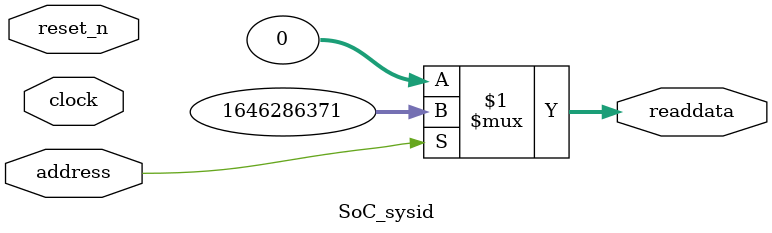
<source format=v>

`timescale 1ns / 1ps
// synthesis translate_on

// turn off superfluous verilog processor warnings 
// altera message_level Level1 
// altera message_off 10034 10035 10036 10037 10230 10240 10030 

module SoC_sysid (
               // inputs:
                address,
                clock,
                reset_n,

               // outputs:
                readdata
             )
;

  output  [ 31: 0] readdata;
  input            address;
  input            clock;
  input            reset_n;

  wire    [ 31: 0] readdata;
  //control_slave, which is an e_avalon_slave
  assign readdata = address ? 1646286371 : 0;

endmodule




</source>
